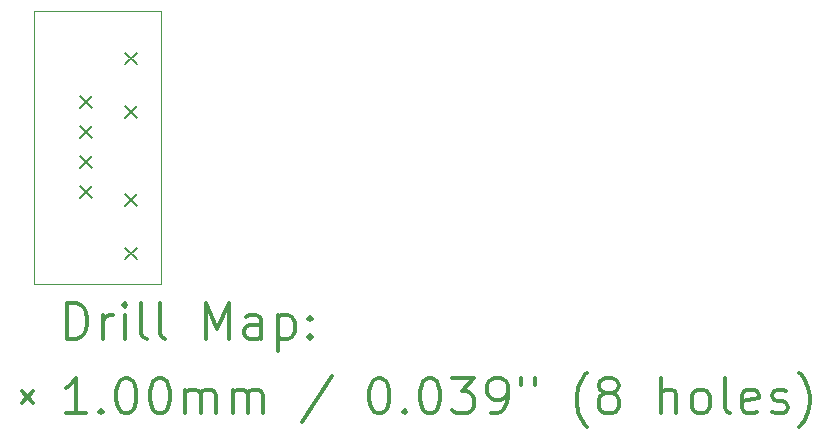
<source format=gbr>
%FSLAX45Y45*%
G04 Gerber Fmt 4.5, Leading zero omitted, Abs format (unit mm)*
G04 Created by KiCad (PCBNEW (5.1.6)-1) date 2023-01-22 16:24:46*
%MOMM*%
%LPD*%
G01*
G04 APERTURE LIST*
%TA.AperFunction,Profile*%
%ADD10C,0.050000*%
%TD*%
%ADD11C,0.200000*%
%ADD12C,0.300000*%
G04 APERTURE END LIST*
D10*
X17462500Y-8763000D02*
X17462500Y-6451600D01*
X18542000Y-8763000D02*
X17462500Y-8763000D01*
X18542000Y-6451600D02*
X18542000Y-8763000D01*
X17462500Y-6451600D02*
X18542000Y-6451600D01*
D11*
X18238000Y-8008000D02*
X18338000Y-8108000D01*
X18338000Y-8008000D02*
X18238000Y-8108000D01*
X18238000Y-7258000D02*
X18338000Y-7358000D01*
X18338000Y-7258000D02*
X18238000Y-7358000D01*
X18238000Y-6808000D02*
X18338000Y-6908000D01*
X18338000Y-6808000D02*
X18238000Y-6908000D01*
X17857000Y-7176300D02*
X17957000Y-7276300D01*
X17957000Y-7176300D02*
X17857000Y-7276300D01*
X17857000Y-7430300D02*
X17957000Y-7530300D01*
X17957000Y-7430300D02*
X17857000Y-7530300D01*
X17857000Y-7684300D02*
X17957000Y-7784300D01*
X17957000Y-7684300D02*
X17857000Y-7784300D01*
X17857000Y-7938300D02*
X17957000Y-8038300D01*
X17957000Y-7938300D02*
X17857000Y-8038300D01*
X18238000Y-8458000D02*
X18338000Y-8558000D01*
X18338000Y-8458000D02*
X18238000Y-8558000D01*
D12*
X17746428Y-9231214D02*
X17746428Y-8931214D01*
X17817857Y-8931214D01*
X17860714Y-8945500D01*
X17889286Y-8974072D01*
X17903571Y-9002643D01*
X17917857Y-9059786D01*
X17917857Y-9102643D01*
X17903571Y-9159786D01*
X17889286Y-9188357D01*
X17860714Y-9216929D01*
X17817857Y-9231214D01*
X17746428Y-9231214D01*
X18046428Y-9231214D02*
X18046428Y-9031214D01*
X18046428Y-9088357D02*
X18060714Y-9059786D01*
X18075000Y-9045500D01*
X18103571Y-9031214D01*
X18132143Y-9031214D01*
X18232143Y-9231214D02*
X18232143Y-9031214D01*
X18232143Y-8931214D02*
X18217857Y-8945500D01*
X18232143Y-8959786D01*
X18246428Y-8945500D01*
X18232143Y-8931214D01*
X18232143Y-8959786D01*
X18417857Y-9231214D02*
X18389286Y-9216929D01*
X18375000Y-9188357D01*
X18375000Y-8931214D01*
X18575000Y-9231214D02*
X18546428Y-9216929D01*
X18532143Y-9188357D01*
X18532143Y-8931214D01*
X18917857Y-9231214D02*
X18917857Y-8931214D01*
X19017857Y-9145500D01*
X19117857Y-8931214D01*
X19117857Y-9231214D01*
X19389286Y-9231214D02*
X19389286Y-9074072D01*
X19375000Y-9045500D01*
X19346428Y-9031214D01*
X19289286Y-9031214D01*
X19260714Y-9045500D01*
X19389286Y-9216929D02*
X19360714Y-9231214D01*
X19289286Y-9231214D01*
X19260714Y-9216929D01*
X19246428Y-9188357D01*
X19246428Y-9159786D01*
X19260714Y-9131214D01*
X19289286Y-9116929D01*
X19360714Y-9116929D01*
X19389286Y-9102643D01*
X19532143Y-9031214D02*
X19532143Y-9331214D01*
X19532143Y-9045500D02*
X19560714Y-9031214D01*
X19617857Y-9031214D01*
X19646428Y-9045500D01*
X19660714Y-9059786D01*
X19675000Y-9088357D01*
X19675000Y-9174072D01*
X19660714Y-9202643D01*
X19646428Y-9216929D01*
X19617857Y-9231214D01*
X19560714Y-9231214D01*
X19532143Y-9216929D01*
X19803571Y-9202643D02*
X19817857Y-9216929D01*
X19803571Y-9231214D01*
X19789286Y-9216929D01*
X19803571Y-9202643D01*
X19803571Y-9231214D01*
X19803571Y-9045500D02*
X19817857Y-9059786D01*
X19803571Y-9074072D01*
X19789286Y-9059786D01*
X19803571Y-9045500D01*
X19803571Y-9074072D01*
X17360000Y-9675500D02*
X17460000Y-9775500D01*
X17460000Y-9675500D02*
X17360000Y-9775500D01*
X17903571Y-9861214D02*
X17732143Y-9861214D01*
X17817857Y-9861214D02*
X17817857Y-9561214D01*
X17789286Y-9604072D01*
X17760714Y-9632643D01*
X17732143Y-9646929D01*
X18032143Y-9832643D02*
X18046428Y-9846929D01*
X18032143Y-9861214D01*
X18017857Y-9846929D01*
X18032143Y-9832643D01*
X18032143Y-9861214D01*
X18232143Y-9561214D02*
X18260714Y-9561214D01*
X18289286Y-9575500D01*
X18303571Y-9589786D01*
X18317857Y-9618357D01*
X18332143Y-9675500D01*
X18332143Y-9746929D01*
X18317857Y-9804072D01*
X18303571Y-9832643D01*
X18289286Y-9846929D01*
X18260714Y-9861214D01*
X18232143Y-9861214D01*
X18203571Y-9846929D01*
X18189286Y-9832643D01*
X18175000Y-9804072D01*
X18160714Y-9746929D01*
X18160714Y-9675500D01*
X18175000Y-9618357D01*
X18189286Y-9589786D01*
X18203571Y-9575500D01*
X18232143Y-9561214D01*
X18517857Y-9561214D02*
X18546428Y-9561214D01*
X18575000Y-9575500D01*
X18589286Y-9589786D01*
X18603571Y-9618357D01*
X18617857Y-9675500D01*
X18617857Y-9746929D01*
X18603571Y-9804072D01*
X18589286Y-9832643D01*
X18575000Y-9846929D01*
X18546428Y-9861214D01*
X18517857Y-9861214D01*
X18489286Y-9846929D01*
X18475000Y-9832643D01*
X18460714Y-9804072D01*
X18446428Y-9746929D01*
X18446428Y-9675500D01*
X18460714Y-9618357D01*
X18475000Y-9589786D01*
X18489286Y-9575500D01*
X18517857Y-9561214D01*
X18746428Y-9861214D02*
X18746428Y-9661214D01*
X18746428Y-9689786D02*
X18760714Y-9675500D01*
X18789286Y-9661214D01*
X18832143Y-9661214D01*
X18860714Y-9675500D01*
X18875000Y-9704072D01*
X18875000Y-9861214D01*
X18875000Y-9704072D02*
X18889286Y-9675500D01*
X18917857Y-9661214D01*
X18960714Y-9661214D01*
X18989286Y-9675500D01*
X19003571Y-9704072D01*
X19003571Y-9861214D01*
X19146428Y-9861214D02*
X19146428Y-9661214D01*
X19146428Y-9689786D02*
X19160714Y-9675500D01*
X19189286Y-9661214D01*
X19232143Y-9661214D01*
X19260714Y-9675500D01*
X19275000Y-9704072D01*
X19275000Y-9861214D01*
X19275000Y-9704072D02*
X19289286Y-9675500D01*
X19317857Y-9661214D01*
X19360714Y-9661214D01*
X19389286Y-9675500D01*
X19403571Y-9704072D01*
X19403571Y-9861214D01*
X19989286Y-9546929D02*
X19732143Y-9932643D01*
X20375000Y-9561214D02*
X20403571Y-9561214D01*
X20432143Y-9575500D01*
X20446428Y-9589786D01*
X20460714Y-9618357D01*
X20475000Y-9675500D01*
X20475000Y-9746929D01*
X20460714Y-9804072D01*
X20446428Y-9832643D01*
X20432143Y-9846929D01*
X20403571Y-9861214D01*
X20375000Y-9861214D01*
X20346428Y-9846929D01*
X20332143Y-9832643D01*
X20317857Y-9804072D01*
X20303571Y-9746929D01*
X20303571Y-9675500D01*
X20317857Y-9618357D01*
X20332143Y-9589786D01*
X20346428Y-9575500D01*
X20375000Y-9561214D01*
X20603571Y-9832643D02*
X20617857Y-9846929D01*
X20603571Y-9861214D01*
X20589286Y-9846929D01*
X20603571Y-9832643D01*
X20603571Y-9861214D01*
X20803571Y-9561214D02*
X20832143Y-9561214D01*
X20860714Y-9575500D01*
X20875000Y-9589786D01*
X20889286Y-9618357D01*
X20903571Y-9675500D01*
X20903571Y-9746929D01*
X20889286Y-9804072D01*
X20875000Y-9832643D01*
X20860714Y-9846929D01*
X20832143Y-9861214D01*
X20803571Y-9861214D01*
X20775000Y-9846929D01*
X20760714Y-9832643D01*
X20746428Y-9804072D01*
X20732143Y-9746929D01*
X20732143Y-9675500D01*
X20746428Y-9618357D01*
X20760714Y-9589786D01*
X20775000Y-9575500D01*
X20803571Y-9561214D01*
X21003571Y-9561214D02*
X21189286Y-9561214D01*
X21089286Y-9675500D01*
X21132143Y-9675500D01*
X21160714Y-9689786D01*
X21175000Y-9704072D01*
X21189286Y-9732643D01*
X21189286Y-9804072D01*
X21175000Y-9832643D01*
X21160714Y-9846929D01*
X21132143Y-9861214D01*
X21046428Y-9861214D01*
X21017857Y-9846929D01*
X21003571Y-9832643D01*
X21332143Y-9861214D02*
X21389286Y-9861214D01*
X21417857Y-9846929D01*
X21432143Y-9832643D01*
X21460714Y-9789786D01*
X21475000Y-9732643D01*
X21475000Y-9618357D01*
X21460714Y-9589786D01*
X21446428Y-9575500D01*
X21417857Y-9561214D01*
X21360714Y-9561214D01*
X21332143Y-9575500D01*
X21317857Y-9589786D01*
X21303571Y-9618357D01*
X21303571Y-9689786D01*
X21317857Y-9718357D01*
X21332143Y-9732643D01*
X21360714Y-9746929D01*
X21417857Y-9746929D01*
X21446428Y-9732643D01*
X21460714Y-9718357D01*
X21475000Y-9689786D01*
X21589286Y-9561214D02*
X21589286Y-9618357D01*
X21703571Y-9561214D02*
X21703571Y-9618357D01*
X22146428Y-9975500D02*
X22132143Y-9961214D01*
X22103571Y-9918357D01*
X22089286Y-9889786D01*
X22075000Y-9846929D01*
X22060714Y-9775500D01*
X22060714Y-9718357D01*
X22075000Y-9646929D01*
X22089286Y-9604072D01*
X22103571Y-9575500D01*
X22132143Y-9532643D01*
X22146428Y-9518357D01*
X22303571Y-9689786D02*
X22275000Y-9675500D01*
X22260714Y-9661214D01*
X22246428Y-9632643D01*
X22246428Y-9618357D01*
X22260714Y-9589786D01*
X22275000Y-9575500D01*
X22303571Y-9561214D01*
X22360714Y-9561214D01*
X22389286Y-9575500D01*
X22403571Y-9589786D01*
X22417857Y-9618357D01*
X22417857Y-9632643D01*
X22403571Y-9661214D01*
X22389286Y-9675500D01*
X22360714Y-9689786D01*
X22303571Y-9689786D01*
X22275000Y-9704072D01*
X22260714Y-9718357D01*
X22246428Y-9746929D01*
X22246428Y-9804072D01*
X22260714Y-9832643D01*
X22275000Y-9846929D01*
X22303571Y-9861214D01*
X22360714Y-9861214D01*
X22389286Y-9846929D01*
X22403571Y-9832643D01*
X22417857Y-9804072D01*
X22417857Y-9746929D01*
X22403571Y-9718357D01*
X22389286Y-9704072D01*
X22360714Y-9689786D01*
X22775000Y-9861214D02*
X22775000Y-9561214D01*
X22903571Y-9861214D02*
X22903571Y-9704072D01*
X22889286Y-9675500D01*
X22860714Y-9661214D01*
X22817857Y-9661214D01*
X22789286Y-9675500D01*
X22775000Y-9689786D01*
X23089286Y-9861214D02*
X23060714Y-9846929D01*
X23046428Y-9832643D01*
X23032143Y-9804072D01*
X23032143Y-9718357D01*
X23046428Y-9689786D01*
X23060714Y-9675500D01*
X23089286Y-9661214D01*
X23132143Y-9661214D01*
X23160714Y-9675500D01*
X23175000Y-9689786D01*
X23189286Y-9718357D01*
X23189286Y-9804072D01*
X23175000Y-9832643D01*
X23160714Y-9846929D01*
X23132143Y-9861214D01*
X23089286Y-9861214D01*
X23360714Y-9861214D02*
X23332143Y-9846929D01*
X23317857Y-9818357D01*
X23317857Y-9561214D01*
X23589286Y-9846929D02*
X23560714Y-9861214D01*
X23503571Y-9861214D01*
X23475000Y-9846929D01*
X23460714Y-9818357D01*
X23460714Y-9704072D01*
X23475000Y-9675500D01*
X23503571Y-9661214D01*
X23560714Y-9661214D01*
X23589286Y-9675500D01*
X23603571Y-9704072D01*
X23603571Y-9732643D01*
X23460714Y-9761214D01*
X23717857Y-9846929D02*
X23746428Y-9861214D01*
X23803571Y-9861214D01*
X23832143Y-9846929D01*
X23846428Y-9818357D01*
X23846428Y-9804072D01*
X23832143Y-9775500D01*
X23803571Y-9761214D01*
X23760714Y-9761214D01*
X23732143Y-9746929D01*
X23717857Y-9718357D01*
X23717857Y-9704072D01*
X23732143Y-9675500D01*
X23760714Y-9661214D01*
X23803571Y-9661214D01*
X23832143Y-9675500D01*
X23946428Y-9975500D02*
X23960714Y-9961214D01*
X23989286Y-9918357D01*
X24003571Y-9889786D01*
X24017857Y-9846929D01*
X24032143Y-9775500D01*
X24032143Y-9718357D01*
X24017857Y-9646929D01*
X24003571Y-9604072D01*
X23989286Y-9575500D01*
X23960714Y-9532643D01*
X23946428Y-9518357D01*
M02*

</source>
